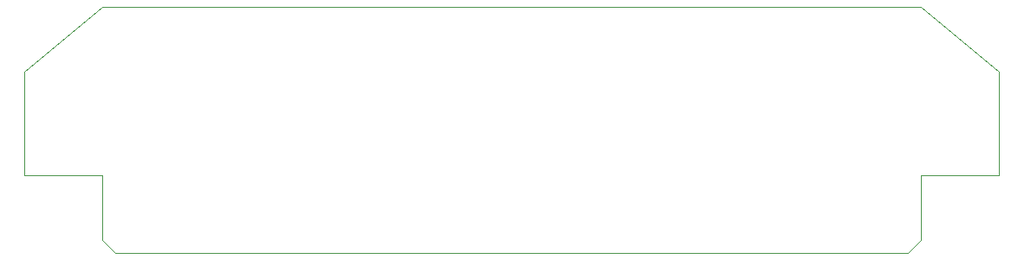
<source format=gbr>
%TF.GenerationSoftware,KiCad,Pcbnew,5.1.7*%
%TF.CreationDate,2020-11-23T18:03:56+01:00*%
%TF.ProjectId,voltage-blaster,766f6c74-6167-4652-9d62-6c6173746572,1.0*%
%TF.SameCoordinates,Original*%
%TF.FileFunction,Profile,NP*%
%FSLAX46Y46*%
G04 Gerber Fmt 4.6, Leading zero omitted, Abs format (unit mm)*
G04 Created by KiCad (PCBNEW 5.1.7) date 2020-11-23 18:03:56*
%MOMM*%
%LPD*%
G01*
G04 APERTURE LIST*
%TA.AperFunction,Profile*%
%ADD10C,0.050000*%
%TD*%
G04 APERTURE END LIST*
D10*
X158750000Y-69850000D02*
X158750000Y-63500000D01*
X157480000Y-71120000D02*
X158750000Y-69850000D01*
X80010000Y-71120000D02*
X157480000Y-71120000D01*
X78740000Y-69850000D02*
X80010000Y-71120000D01*
X78740000Y-63500000D02*
X78740000Y-69850000D01*
X71120000Y-53340000D02*
X78740000Y-46990000D01*
X71120000Y-63500000D02*
X71120000Y-53340000D01*
X78740000Y-63500000D02*
X71120000Y-63500000D01*
X158750000Y-46990000D02*
X78740000Y-46990000D01*
X166370000Y-53340000D02*
X158750000Y-46990000D01*
X166370000Y-63500000D02*
X166370000Y-53340000D01*
X158750000Y-63500000D02*
X166370000Y-63500000D01*
M02*

</source>
